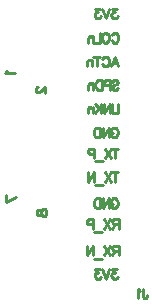
<source format=gbo>
G04*
G04 #@! TF.GenerationSoftware,Altium Limited,Altium Designer,21.3.1 (25)*
G04*
G04 Layer_Color=32896*
%FSLAX44Y44*%
%MOMM*%
G71*
G04*
G04 #@! TF.SameCoordinates,1899EECA-0796-468C-8384-63A2F62C21E4*
G04*
G04*
G04 #@! TF.FilePolarity,Positive*
G04*
G01*
G75*
%ADD13C,0.2500*%
D13*
X126023Y284952D02*
X125643Y284190D01*
X124500Y283048D01*
X132498D01*
X220435Y256999D02*
Y249000D01*
X215865D01*
X214989Y256999D02*
Y249000D01*
X213313Y256999D02*
Y249000D01*
Y256999D02*
X207981Y249000D01*
Y256999D02*
Y249000D01*
X205772Y256999D02*
Y249000D01*
X200439Y256999D02*
X205772Y251666D01*
X203867Y253571D02*
X200439Y249000D01*
X198649Y254333D02*
Y249000D01*
Y252809D02*
X197507Y253952D01*
X196745Y254333D01*
X195602D01*
X194841Y253952D01*
X194460Y252809D01*
Y249000D01*
X125500Y174334D02*
X133498Y178143D01*
X125500Y179666D02*
Y174334D01*
X152404Y271285D02*
X152023D01*
X151262Y270904D01*
X150881Y270523D01*
X150500Y269762D01*
Y268238D01*
X150881Y267477D01*
X151262Y267096D01*
X152023Y266715D01*
X152785D01*
X153547Y267096D01*
X154690Y267857D01*
X158498Y271666D01*
Y266334D01*
X151500Y165762D02*
X151881Y166904D01*
X152643Y167285D01*
X153404D01*
X154166Y166904D01*
X154547Y166143D01*
X154928Y164619D01*
X155309Y163477D01*
X156070Y162715D01*
X156832Y162334D01*
X157975D01*
X158736Y162715D01*
X159117Y163096D01*
X159498Y164238D01*
Y165762D01*
X159117Y166904D01*
X158736Y167285D01*
X157975Y167666D01*
X156832D01*
X156070Y167285D01*
X155309Y166523D01*
X154928Y165381D01*
X154547Y163857D01*
X154166Y163096D01*
X153404Y162715D01*
X152643D01*
X151881Y163096D01*
X151500Y164238D01*
Y165762D01*
X217758Y199165D02*
Y191166D01*
X220424Y199165D02*
X215092D01*
X214140D02*
X208808Y191166D01*
Y199165D02*
X214140Y191166D01*
X207018Y188500D02*
X200924D01*
X199896Y199165D02*
Y191166D01*
Y199165D02*
X194563Y191166D01*
Y199165D02*
Y191166D01*
X219027Y337500D02*
X214837D01*
X217122Y334453D01*
X215980D01*
X215218Y334072D01*
X214837Y333691D01*
X214456Y332549D01*
Y331787D01*
X214837Y330644D01*
X215599Y329883D01*
X216741Y329502D01*
X217884D01*
X219027Y329883D01*
X219408Y330263D01*
X219788Y331025D01*
X212666Y337500D02*
X209619Y329502D01*
X206572Y337500D02*
X209619Y329502D01*
X204782Y337500D02*
X200592D01*
X202878Y334453D01*
X201735D01*
X200973Y334072D01*
X200592Y333691D01*
X200212Y332549D01*
Y331787D01*
X200592Y330644D01*
X201354Y329883D01*
X202497Y329502D01*
X203639D01*
X204782Y329883D01*
X205163Y330263D01*
X205544Y331025D01*
X214380Y289000D02*
X217428Y296999D01*
X220474Y289000D01*
X219332Y291666D02*
X215523D01*
X206801Y295094D02*
X207182Y295856D01*
X207944Y296618D01*
X208706Y296999D01*
X210229D01*
X210991Y296618D01*
X211752Y295856D01*
X212133Y295094D01*
X212514Y293952D01*
Y292047D01*
X212133Y290905D01*
X211752Y290143D01*
X210991Y289381D01*
X210229Y289000D01*
X208706D01*
X207944Y289381D01*
X207182Y290143D01*
X206801Y290905D01*
X201888Y296999D02*
Y289000D01*
X204554Y296999D02*
X199222D01*
X198270Y294333D02*
Y289000D01*
Y292809D02*
X197127Y293952D01*
X196365Y294333D01*
X195223D01*
X194461Y293952D01*
X194080Y292809D01*
Y289000D01*
X215064Y275856D02*
X215826Y276618D01*
X216968Y276999D01*
X218492D01*
X219634Y276618D01*
X220396Y275856D01*
Y275094D01*
X220015Y274333D01*
X219634Y273952D01*
X218872Y273571D01*
X216587Y272809D01*
X215826Y272428D01*
X215445Y272047D01*
X215064Y271285D01*
Y270143D01*
X215826Y269381D01*
X216968Y269000D01*
X218492D01*
X219634Y269381D01*
X220396Y270143D01*
X213274Y272809D02*
X209846D01*
X208703Y273190D01*
X208322Y273571D01*
X207941Y274333D01*
Y275475D01*
X208322Y276237D01*
X208703Y276618D01*
X209846Y276999D01*
X213274D01*
Y269000D01*
X206151Y276999D02*
Y269000D01*
Y276999D02*
X203485D01*
X202343Y276618D01*
X201581Y275856D01*
X201200Y275094D01*
X200819Y273952D01*
Y272047D01*
X201200Y270905D01*
X201581Y270143D01*
X202343Y269381D01*
X203485Y269000D01*
X206151D01*
X199029Y274333D02*
Y269000D01*
Y272809D02*
X197886Y273952D01*
X197125Y274333D01*
X195982D01*
X195220Y273952D01*
X194839Y272809D01*
Y269000D01*
X214201Y235094D02*
X214582Y235856D01*
X215343Y236618D01*
X216105Y236999D01*
X217629D01*
X218390Y236618D01*
X219152Y235856D01*
X219533Y235094D01*
X219914Y233952D01*
Y232047D01*
X219533Y230905D01*
X219152Y230143D01*
X218390Y229381D01*
X217629Y229000D01*
X216105D01*
X215343Y229381D01*
X214582Y230143D01*
X214201Y230905D01*
Y232047D01*
X216105D02*
X214201D01*
X212373Y236999D02*
Y229000D01*
Y236999D02*
X207041Y229000D01*
Y236999D02*
Y229000D01*
X204831Y236999D02*
Y229000D01*
Y236999D02*
X202165D01*
X201023Y236618D01*
X200261Y235856D01*
X199880Y235094D01*
X199499Y233952D01*
Y232047D01*
X199880Y230905D01*
X200261Y230143D01*
X201023Y229381D01*
X202165Y229000D01*
X204831D01*
X217758Y219165D02*
Y211166D01*
X220424Y219165D02*
X215092D01*
X214140D02*
X208808Y211166D01*
Y219165D02*
X214140Y211166D01*
X207018Y208500D02*
X200924D01*
X199896Y214975D02*
X196468D01*
X195325Y215356D01*
X194944Y215737D01*
X194563Y216499D01*
Y217641D01*
X194944Y218403D01*
X195325Y218784D01*
X196468Y219165D01*
X199896D01*
Y211166D01*
X214201Y175094D02*
X214582Y175856D01*
X215343Y176618D01*
X216105Y176999D01*
X217629D01*
X218390Y176618D01*
X219152Y175856D01*
X219533Y175094D01*
X219914Y173952D01*
Y172047D01*
X219533Y170905D01*
X219152Y170143D01*
X218390Y169381D01*
X217629Y169000D01*
X216105D01*
X215343Y169381D01*
X214582Y170143D01*
X214201Y170905D01*
Y172047D01*
X216105D02*
X214201D01*
X212373Y176999D02*
Y169000D01*
Y176999D02*
X207041Y169000D01*
Y176999D02*
Y169000D01*
X204831Y176999D02*
Y169000D01*
Y176999D02*
X202165D01*
X201023Y176618D01*
X200261Y175856D01*
X199880Y175094D01*
X199499Y173952D01*
Y172047D01*
X199880Y170905D01*
X200261Y170143D01*
X201023Y169381D01*
X202165Y169000D01*
X204831D01*
X220503Y159165D02*
Y151166D01*
Y159165D02*
X217075D01*
X215933Y158784D01*
X215552Y158403D01*
X215171Y157641D01*
Y156880D01*
X215552Y156118D01*
X215933Y155737D01*
X217075Y155356D01*
X220503D01*
X217837D02*
X215171Y151166D01*
X213381Y159165D02*
X208049Y151166D01*
Y159165D02*
X213381Y151166D01*
X206259Y148500D02*
X200165D01*
X199136Y154975D02*
X195708D01*
X194566Y155356D01*
X194185Y155737D01*
X193804Y156499D01*
Y157641D01*
X194185Y158403D01*
X194566Y158784D01*
X195708Y159165D01*
X199136D01*
Y151166D01*
X220503Y136665D02*
Y128666D01*
Y136665D02*
X217075D01*
X215933Y136284D01*
X215552Y135903D01*
X215171Y135141D01*
Y134380D01*
X215552Y133618D01*
X215933Y133237D01*
X217075Y132856D01*
X220503D01*
X217837D02*
X215171Y128666D01*
X213381Y136665D02*
X208049Y128666D01*
Y136665D02*
X213381Y128666D01*
X206259Y126000D02*
X200165D01*
X199136Y136665D02*
Y128666D01*
Y136665D02*
X193804Y128666D01*
Y136665D02*
Y128666D01*
X219074Y116999D02*
X214884D01*
X217169Y113952D01*
X216027D01*
X215265Y113571D01*
X214884Y113190D01*
X214503Y112047D01*
Y111285D01*
X214884Y110143D01*
X215646Y109381D01*
X216788Y109000D01*
X217931D01*
X219074Y109381D01*
X219454Y109762D01*
X219835Y110524D01*
X212713Y116999D02*
X209666Y109000D01*
X206619Y116999D02*
X209666Y109000D01*
X204829Y116999D02*
X200639D01*
X202925Y113952D01*
X201782D01*
X201020Y113571D01*
X200639Y113190D01*
X200259Y112047D01*
Y111285D01*
X200639Y110143D01*
X201401Y109381D01*
X202544Y109000D01*
X203686D01*
X204829Y109381D01*
X205210Y109762D01*
X205591Y110524D01*
X241076Y100500D02*
Y94406D01*
X241457Y93264D01*
X241838Y92883D01*
X242600Y92502D01*
X243361D01*
X244123Y92883D01*
X244504Y93264D01*
X244885Y94406D01*
Y95168D01*
X239020Y98976D02*
X238258Y99357D01*
X237115Y100500D01*
Y92502D01*
X214683Y315094D02*
X215064Y315856D01*
X215826Y316618D01*
X216587Y316999D01*
X218111D01*
X218872Y316618D01*
X219634Y315856D01*
X220015Y315094D01*
X220396Y313952D01*
Y312047D01*
X220015Y310905D01*
X219634Y310143D01*
X218872Y309381D01*
X218111Y309000D01*
X216587D01*
X215826Y309381D01*
X215064Y310143D01*
X214683Y310905D01*
X210151Y316999D02*
X210912Y316618D01*
X211674Y315856D01*
X212055Y315094D01*
X212436Y313952D01*
Y312047D01*
X212055Y310905D01*
X211674Y310143D01*
X210912Y309381D01*
X210151Y309000D01*
X208627D01*
X207865Y309381D01*
X207104Y310143D01*
X206723Y310905D01*
X206342Y312047D01*
Y313952D01*
X206723Y315094D01*
X207104Y315856D01*
X207865Y316618D01*
X208627Y316999D01*
X210151D01*
X204475D02*
Y309000D01*
X199905D01*
X199029Y314333D02*
Y309000D01*
Y312809D02*
X197886Y313952D01*
X197125Y314333D01*
X195982D01*
X195220Y313952D01*
X194839Y312809D01*
Y309000D01*
M02*

</source>
